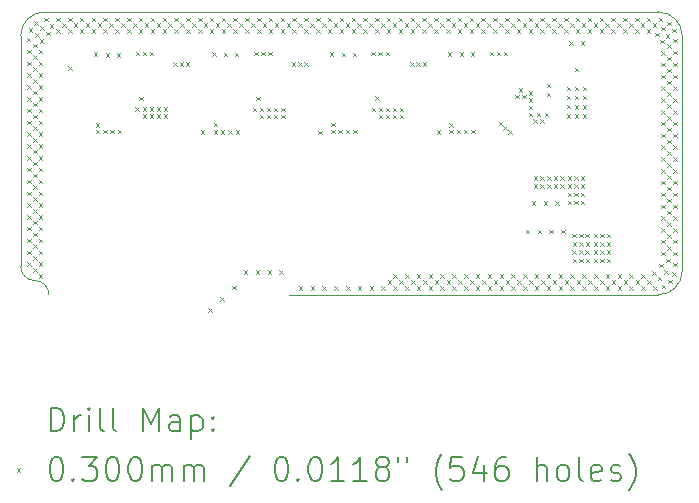
<source format=gbr>
%FSLAX45Y45*%
G04 Gerber Fmt 4.5, Leading zero omitted, Abs format (unit mm)*
G04 Created by KiCad (PCBNEW (6.0.4)) date 2022-07-06 17:35:25*
%MOMM*%
%LPD*%
G01*
G04 APERTURE LIST*
%TA.AperFunction,Profile*%
%ADD10C,0.050000*%
%TD*%
%ADD11C,0.200000*%
%ADD12C,0.030000*%
G04 APERTURE END LIST*
D10*
X6400000Y3394062D02*
X1200000Y3394062D01*
X6600062Y3194000D02*
X6600000Y1200000D01*
X3270000Y1000000D02*
X6399938Y999938D01*
X6600062Y3194000D02*
G75*
G03*
X6400000Y3394062I-200062J0D01*
G01*
X1200000Y3394062D02*
G75*
G03*
X999938Y3194000I0J-200062D01*
G01*
X999867Y1240133D02*
G75*
G03*
X1119933Y1120067I120063J-3D01*
G01*
X6399938Y999940D02*
G75*
G03*
X6600000Y1200000I2J200060D01*
G01*
X1239997Y1000000D02*
G75*
G03*
X1119933Y1120067I-120067J0D01*
G01*
X999938Y3194000D02*
X999867Y1240133D01*
D11*
D12*
X1052000Y3175000D02*
X1082000Y3145000D01*
X1082000Y3175000D02*
X1052000Y3145000D01*
X1054000Y3074000D02*
X1084000Y3044000D01*
X1084000Y3074000D02*
X1054000Y3044000D01*
X1054000Y2974000D02*
X1084000Y2944000D01*
X1084000Y2974000D02*
X1054000Y2944000D01*
X1054000Y2874000D02*
X1084000Y2844000D01*
X1084000Y2874000D02*
X1054000Y2844000D01*
X1054000Y2774000D02*
X1084000Y2744000D01*
X1084000Y2774000D02*
X1054000Y2744000D01*
X1054000Y2674000D02*
X1084000Y2644000D01*
X1084000Y2674000D02*
X1054000Y2644000D01*
X1054000Y2574000D02*
X1084000Y2544000D01*
X1084000Y2574000D02*
X1054000Y2544000D01*
X1054000Y2474000D02*
X1084000Y2444000D01*
X1084000Y2474000D02*
X1054000Y2444000D01*
X1054000Y2374000D02*
X1084000Y2344000D01*
X1084000Y2374000D02*
X1054000Y2344000D01*
X1054000Y2274000D02*
X1084000Y2244000D01*
X1084000Y2274000D02*
X1054000Y2244000D01*
X1054000Y2174000D02*
X1084000Y2144000D01*
X1084000Y2174000D02*
X1054000Y2144000D01*
X1054000Y2074000D02*
X1084000Y2044000D01*
X1084000Y2074000D02*
X1054000Y2044000D01*
X1054000Y1974000D02*
X1084000Y1944000D01*
X1084000Y1974000D02*
X1054000Y1944000D01*
X1054000Y1874000D02*
X1084000Y1844000D01*
X1084000Y1874000D02*
X1054000Y1844000D01*
X1054000Y1774000D02*
X1084000Y1744000D01*
X1084000Y1774000D02*
X1054000Y1744000D01*
X1054000Y1674000D02*
X1084000Y1644000D01*
X1084000Y1674000D02*
X1054000Y1644000D01*
X1054000Y1574000D02*
X1084000Y1544000D01*
X1084000Y1574000D02*
X1054000Y1544000D01*
X1054000Y1474000D02*
X1084000Y1444000D01*
X1084000Y1474000D02*
X1054000Y1444000D01*
X1054000Y1374000D02*
X1084000Y1344000D01*
X1084000Y1374000D02*
X1054000Y1344000D01*
X1054000Y1274000D02*
X1084000Y1244000D01*
X1084000Y1274000D02*
X1054000Y1244000D01*
X1070000Y3255000D02*
X1100000Y3225000D01*
X1100000Y3255000D02*
X1070000Y3225000D01*
X1104000Y3126000D02*
X1134000Y3096000D01*
X1134000Y3126000D02*
X1104000Y3096000D01*
X1104000Y3026000D02*
X1134000Y2996000D01*
X1134000Y3026000D02*
X1104000Y2996000D01*
X1104000Y2926000D02*
X1134000Y2896000D01*
X1134000Y2926000D02*
X1104000Y2896000D01*
X1104000Y2826000D02*
X1134000Y2796000D01*
X1134000Y2826000D02*
X1104000Y2796000D01*
X1104000Y2726000D02*
X1134000Y2696000D01*
X1134000Y2726000D02*
X1104000Y2696000D01*
X1104000Y2626000D02*
X1134000Y2596000D01*
X1134000Y2626000D02*
X1104000Y2596000D01*
X1104000Y2526000D02*
X1134000Y2496000D01*
X1134000Y2526000D02*
X1104000Y2496000D01*
X1104000Y2426000D02*
X1134000Y2396000D01*
X1134000Y2426000D02*
X1104000Y2396000D01*
X1104000Y2326000D02*
X1134000Y2296000D01*
X1134000Y2326000D02*
X1104000Y2296000D01*
X1104000Y2226000D02*
X1134000Y2196000D01*
X1134000Y2226000D02*
X1104000Y2196000D01*
X1104000Y2126000D02*
X1134000Y2096000D01*
X1134000Y2126000D02*
X1104000Y2096000D01*
X1104000Y2026000D02*
X1134000Y1996000D01*
X1134000Y2026000D02*
X1104000Y1996000D01*
X1104000Y1926000D02*
X1134000Y1896000D01*
X1134000Y1926000D02*
X1104000Y1896000D01*
X1104000Y1826000D02*
X1134000Y1796000D01*
X1134000Y1826000D02*
X1104000Y1796000D01*
X1104000Y1726000D02*
X1134000Y1696000D01*
X1134000Y1726000D02*
X1104000Y1696000D01*
X1104000Y1626000D02*
X1134000Y1596000D01*
X1134000Y1626000D02*
X1104000Y1596000D01*
X1104000Y1526000D02*
X1134000Y1496000D01*
X1134000Y1526000D02*
X1104000Y1496000D01*
X1104000Y1426000D02*
X1134000Y1396000D01*
X1134000Y1426000D02*
X1104000Y1396000D01*
X1104000Y1326000D02*
X1134000Y1296000D01*
X1134000Y1326000D02*
X1104000Y1296000D01*
X1104000Y1224000D02*
X1134000Y1194000D01*
X1134000Y1224000D02*
X1104000Y1194000D01*
X1115000Y3317000D02*
X1145000Y3287000D01*
X1145000Y3317000D02*
X1115000Y3287000D01*
X1121000Y3214000D02*
X1151000Y3184000D01*
X1151000Y3214000D02*
X1121000Y3184000D01*
X1154000Y3074000D02*
X1184000Y3044000D01*
X1184000Y3074000D02*
X1154000Y3044000D01*
X1154000Y2974000D02*
X1184000Y2944000D01*
X1184000Y2974000D02*
X1154000Y2944000D01*
X1154000Y2874000D02*
X1184000Y2844000D01*
X1184000Y2874000D02*
X1154000Y2844000D01*
X1154000Y2774000D02*
X1184000Y2744000D01*
X1184000Y2774000D02*
X1154000Y2744000D01*
X1154000Y2674000D02*
X1184000Y2644000D01*
X1184000Y2674000D02*
X1154000Y2644000D01*
X1154000Y2574000D02*
X1184000Y2544000D01*
X1184000Y2574000D02*
X1154000Y2544000D01*
X1154000Y2474000D02*
X1184000Y2444000D01*
X1184000Y2474000D02*
X1154000Y2444000D01*
X1154000Y2374000D02*
X1184000Y2344000D01*
X1184000Y2374000D02*
X1154000Y2344000D01*
X1154000Y2274000D02*
X1184000Y2244000D01*
X1184000Y2274000D02*
X1154000Y2244000D01*
X1154000Y2174000D02*
X1184000Y2144000D01*
X1184000Y2174000D02*
X1154000Y2144000D01*
X1154000Y2074000D02*
X1184000Y2044000D01*
X1184000Y2074000D02*
X1154000Y2044000D01*
X1154000Y1974000D02*
X1184000Y1944000D01*
X1184000Y1974000D02*
X1154000Y1944000D01*
X1154000Y1874000D02*
X1184000Y1844000D01*
X1184000Y1874000D02*
X1154000Y1844000D01*
X1154000Y1774000D02*
X1184000Y1744000D01*
X1184000Y1774000D02*
X1154000Y1744000D01*
X1154000Y1674000D02*
X1184000Y1644000D01*
X1184000Y1674000D02*
X1154000Y1644000D01*
X1154000Y1574000D02*
X1184000Y1544000D01*
X1184000Y1574000D02*
X1154000Y1544000D01*
X1154000Y1474000D02*
X1184000Y1444000D01*
X1184000Y1474000D02*
X1154000Y1444000D01*
X1154000Y1374000D02*
X1184000Y1344000D01*
X1184000Y1374000D02*
X1154000Y1344000D01*
X1154000Y1274000D02*
X1184000Y1244000D01*
X1184000Y1274000D02*
X1154000Y1244000D01*
X1154000Y1174000D02*
X1184000Y1144000D01*
X1184000Y1174000D02*
X1154000Y1144000D01*
X1163000Y3162000D02*
X1193000Y3132000D01*
X1193000Y3162000D02*
X1163000Y3132000D01*
X1165000Y3272000D02*
X1195000Y3242000D01*
X1195000Y3272000D02*
X1165000Y3242000D01*
X1201000Y3347000D02*
X1231000Y3317000D01*
X1231000Y3347000D02*
X1201000Y3317000D01*
X1214000Y3228000D02*
X1244000Y3198000D01*
X1244000Y3228000D02*
X1214000Y3198000D01*
X1244000Y3292000D02*
X1274000Y3262000D01*
X1274000Y3292000D02*
X1244000Y3262000D01*
X1301000Y3347000D02*
X1331000Y3317000D01*
X1331000Y3347000D02*
X1301000Y3317000D01*
X1301000Y3247000D02*
X1331000Y3217000D01*
X1331000Y3247000D02*
X1301000Y3217000D01*
X1351000Y3297000D02*
X1381000Y3267000D01*
X1381000Y3297000D02*
X1351000Y3267000D01*
X1401000Y3347000D02*
X1431000Y3317000D01*
X1431000Y3347000D02*
X1401000Y3317000D01*
X1401000Y3247000D02*
X1431000Y3217000D01*
X1431000Y3247000D02*
X1401000Y3217000D01*
X1401000Y2934000D02*
X1431000Y2904000D01*
X1431000Y2934000D02*
X1401000Y2904000D01*
X1451000Y3297000D02*
X1481000Y3267000D01*
X1481000Y3297000D02*
X1451000Y3267000D01*
X1501000Y3347000D02*
X1531000Y3317000D01*
X1531000Y3347000D02*
X1501000Y3317000D01*
X1501000Y3247000D02*
X1531000Y3217000D01*
X1531000Y3247000D02*
X1501000Y3217000D01*
X1551000Y3297000D02*
X1581000Y3267000D01*
X1581000Y3297000D02*
X1551000Y3267000D01*
X1601000Y3347000D02*
X1631000Y3317000D01*
X1631000Y3347000D02*
X1601000Y3317000D01*
X1601000Y3247000D02*
X1631000Y3217000D01*
X1631000Y3247000D02*
X1601000Y3217000D01*
X1619000Y3053000D02*
X1649000Y3023000D01*
X1649000Y3053000D02*
X1619000Y3023000D01*
X1637000Y2454000D02*
X1667000Y2424000D01*
X1667000Y2454000D02*
X1637000Y2424000D01*
X1637000Y2396000D02*
X1667000Y2366000D01*
X1667000Y2396000D02*
X1637000Y2366000D01*
X1651000Y3297000D02*
X1681000Y3267000D01*
X1681000Y3297000D02*
X1651000Y3267000D01*
X1699000Y2396000D02*
X1729000Y2366000D01*
X1729000Y2396000D02*
X1699000Y2366000D01*
X1701000Y3347000D02*
X1731000Y3317000D01*
X1731000Y3347000D02*
X1701000Y3317000D01*
X1701000Y3247000D02*
X1731000Y3217000D01*
X1731000Y3247000D02*
X1701000Y3217000D01*
X1721000Y3047000D02*
X1751000Y3017000D01*
X1751000Y3047000D02*
X1721000Y3017000D01*
X1751000Y3297000D02*
X1781000Y3267000D01*
X1781000Y3297000D02*
X1751000Y3267000D01*
X1760000Y2396000D02*
X1790000Y2366000D01*
X1790000Y2396000D02*
X1760000Y2366000D01*
X1801000Y3347000D02*
X1831000Y3317000D01*
X1831000Y3347000D02*
X1801000Y3317000D01*
X1801000Y3247000D02*
X1831000Y3217000D01*
X1831000Y3247000D02*
X1801000Y3217000D01*
X1813000Y3047000D02*
X1843000Y3017000D01*
X1843000Y3047000D02*
X1813000Y3017000D01*
X1823000Y2396000D02*
X1853000Y2366000D01*
X1853000Y2396000D02*
X1823000Y2366000D01*
X1851000Y3297000D02*
X1881000Y3267000D01*
X1881000Y3297000D02*
X1851000Y3267000D01*
X1901000Y3347000D02*
X1931000Y3317000D01*
X1931000Y3347000D02*
X1901000Y3317000D01*
X1901000Y3247000D02*
X1931000Y3217000D01*
X1931000Y3247000D02*
X1901000Y3217000D01*
X1951000Y3297000D02*
X1981000Y3267000D01*
X1981000Y3297000D02*
X1951000Y3267000D01*
X1970000Y2588000D02*
X2000000Y2558000D01*
X2000000Y2588000D02*
X1970000Y2558000D01*
X1974000Y3058000D02*
X2004000Y3028000D01*
X2004000Y3058000D02*
X1974000Y3028000D01*
X2001000Y3347000D02*
X2031000Y3317000D01*
X2031000Y3347000D02*
X2001000Y3317000D01*
X2001000Y3247000D02*
X2031000Y3217000D01*
X2031000Y3247000D02*
X2001000Y3217000D01*
X2004000Y2678000D02*
X2034000Y2648000D01*
X2034000Y2678000D02*
X2004000Y2648000D01*
X2032000Y2587000D02*
X2062000Y2557000D01*
X2062000Y2587000D02*
X2032000Y2557000D01*
X2032000Y2527000D02*
X2062000Y2497000D01*
X2062000Y2527000D02*
X2032000Y2497000D01*
X2034000Y3058000D02*
X2064000Y3028000D01*
X2064000Y3058000D02*
X2034000Y3028000D01*
X2051000Y3297000D02*
X2081000Y3267000D01*
X2081000Y3297000D02*
X2051000Y3267000D01*
X2092000Y2587000D02*
X2122000Y2557000D01*
X2122000Y2587000D02*
X2092000Y2557000D01*
X2092000Y2527000D02*
X2122000Y2497000D01*
X2122000Y2527000D02*
X2092000Y2497000D01*
X2094000Y3058000D02*
X2124000Y3028000D01*
X2124000Y3058000D02*
X2094000Y3028000D01*
X2101000Y3347000D02*
X2131000Y3317000D01*
X2131000Y3347000D02*
X2101000Y3317000D01*
X2101000Y3247000D02*
X2131000Y3217000D01*
X2131000Y3247000D02*
X2101000Y3217000D01*
X2151000Y3297000D02*
X2181000Y3267000D01*
X2181000Y3297000D02*
X2151000Y3267000D01*
X2152000Y2587000D02*
X2182000Y2557000D01*
X2182000Y2587000D02*
X2152000Y2557000D01*
X2152000Y2527000D02*
X2182000Y2497000D01*
X2182000Y2527000D02*
X2152000Y2497000D01*
X2201000Y3347000D02*
X2231000Y3317000D01*
X2231000Y3347000D02*
X2201000Y3317000D01*
X2201000Y3247000D02*
X2231000Y3217000D01*
X2231000Y3247000D02*
X2201000Y3217000D01*
X2212000Y2587000D02*
X2242000Y2557000D01*
X2242000Y2587000D02*
X2212000Y2557000D01*
X2212000Y2527000D02*
X2242000Y2497000D01*
X2242000Y2527000D02*
X2212000Y2497000D01*
X2251000Y3297000D02*
X2281000Y3267000D01*
X2281000Y3297000D02*
X2251000Y3267000D01*
X2293000Y2970000D02*
X2323000Y2940000D01*
X2323000Y2970000D02*
X2293000Y2940000D01*
X2301000Y3347000D02*
X2331000Y3317000D01*
X2331000Y3347000D02*
X2301000Y3317000D01*
X2301000Y3247000D02*
X2331000Y3217000D01*
X2331000Y3247000D02*
X2301000Y3217000D01*
X2346000Y2970000D02*
X2376000Y2940000D01*
X2376000Y2970000D02*
X2346000Y2940000D01*
X2351000Y3297000D02*
X2381000Y3267000D01*
X2381000Y3297000D02*
X2351000Y3267000D01*
X2399000Y2970000D02*
X2429000Y2940000D01*
X2429000Y2970000D02*
X2399000Y2940000D01*
X2401000Y3347000D02*
X2431000Y3317000D01*
X2431000Y3347000D02*
X2401000Y3317000D01*
X2401000Y3247000D02*
X2431000Y3217000D01*
X2431000Y3247000D02*
X2401000Y3217000D01*
X2451000Y3297000D02*
X2481000Y3267000D01*
X2481000Y3297000D02*
X2451000Y3267000D01*
X2501000Y3347000D02*
X2531000Y3317000D01*
X2531000Y3347000D02*
X2501000Y3317000D01*
X2501000Y3247000D02*
X2531000Y3217000D01*
X2531000Y3247000D02*
X2501000Y3217000D01*
X2523500Y2392500D02*
X2553500Y2362500D01*
X2553500Y2392500D02*
X2523500Y2362500D01*
X2551000Y3297000D02*
X2581000Y3267000D01*
X2581000Y3297000D02*
X2551000Y3267000D01*
X2590000Y884000D02*
X2620000Y854000D01*
X2620000Y884000D02*
X2590000Y854000D01*
X2601000Y3347000D02*
X2631000Y3317000D01*
X2631000Y3347000D02*
X2601000Y3317000D01*
X2601000Y3247000D02*
X2631000Y3217000D01*
X2631000Y3247000D02*
X2601000Y3217000D01*
X2620000Y3053000D02*
X2650000Y3023000D01*
X2650000Y3053000D02*
X2620000Y3023000D01*
X2633000Y2456000D02*
X2663000Y2426000D01*
X2663000Y2456000D02*
X2633000Y2426000D01*
X2633000Y2395000D02*
X2663000Y2365000D01*
X2663000Y2395000D02*
X2633000Y2365000D01*
X2651000Y3297000D02*
X2681000Y3267000D01*
X2681000Y3297000D02*
X2651000Y3267000D01*
X2690000Y978000D02*
X2720000Y948000D01*
X2720000Y978000D02*
X2690000Y948000D01*
X2695000Y2395000D02*
X2725000Y2365000D01*
X2725000Y2395000D02*
X2695000Y2365000D01*
X2701000Y3347000D02*
X2731000Y3317000D01*
X2731000Y3347000D02*
X2701000Y3317000D01*
X2701000Y3247000D02*
X2731000Y3217000D01*
X2731000Y3247000D02*
X2701000Y3217000D01*
X2719000Y3051000D02*
X2749000Y3021000D01*
X2749000Y3051000D02*
X2719000Y3021000D01*
X2751000Y3297000D02*
X2781000Y3267000D01*
X2781000Y3297000D02*
X2751000Y3267000D01*
X2756000Y2395000D02*
X2786000Y2365000D01*
X2786000Y2395000D02*
X2756000Y2365000D01*
X2789333Y1076000D02*
X2819333Y1046000D01*
X2819333Y1076000D02*
X2789333Y1046000D01*
X2801000Y3347000D02*
X2831000Y3317000D01*
X2831000Y3347000D02*
X2801000Y3317000D01*
X2801000Y3247000D02*
X2831000Y3217000D01*
X2831000Y3247000D02*
X2801000Y3217000D01*
X2811000Y3051000D02*
X2841000Y3021000D01*
X2841000Y3051000D02*
X2811000Y3021000D01*
X2819000Y2395000D02*
X2849000Y2365000D01*
X2849000Y2395000D02*
X2819000Y2365000D01*
X2851000Y3297000D02*
X2881000Y3267000D01*
X2881000Y3297000D02*
X2851000Y3267000D01*
X2889500Y1209500D02*
X2919500Y1179500D01*
X2919500Y1209500D02*
X2889500Y1179500D01*
X2901000Y3347000D02*
X2931000Y3317000D01*
X2931000Y3347000D02*
X2901000Y3317000D01*
X2901000Y3247000D02*
X2931000Y3217000D01*
X2931000Y3247000D02*
X2901000Y3217000D01*
X2951000Y3297000D02*
X2981000Y3267000D01*
X2981000Y3297000D02*
X2951000Y3267000D01*
X2963000Y2585000D02*
X2993000Y2555000D01*
X2993000Y2585000D02*
X2963000Y2555000D01*
X2976000Y3058000D02*
X3006000Y3028000D01*
X3006000Y3058000D02*
X2976000Y3028000D01*
X2989666Y1209500D02*
X3019666Y1179500D01*
X3019666Y1209500D02*
X2989666Y1179500D01*
X2992000Y2676000D02*
X3022000Y2646000D01*
X3022000Y2676000D02*
X2992000Y2646000D01*
X3001000Y3347000D02*
X3031000Y3317000D01*
X3031000Y3347000D02*
X3001000Y3317000D01*
X3001000Y3247000D02*
X3031000Y3217000D01*
X3031000Y3247000D02*
X3001000Y3217000D01*
X3024000Y2585000D02*
X3054000Y2555000D01*
X3054000Y2585000D02*
X3024000Y2555000D01*
X3024000Y2525000D02*
X3054000Y2495000D01*
X3054000Y2525000D02*
X3024000Y2495000D01*
X3036000Y3058000D02*
X3066000Y3028000D01*
X3066000Y3058000D02*
X3036000Y3028000D01*
X3051000Y3297000D02*
X3081000Y3267000D01*
X3081000Y3297000D02*
X3051000Y3267000D01*
X3084000Y2585000D02*
X3114000Y2555000D01*
X3114000Y2585000D02*
X3084000Y2555000D01*
X3084000Y2525000D02*
X3114000Y2495000D01*
X3114000Y2525000D02*
X3084000Y2495000D01*
X3089833Y1209500D02*
X3119833Y1179500D01*
X3119833Y1209500D02*
X3089833Y1179500D01*
X3096000Y3058000D02*
X3126000Y3028000D01*
X3126000Y3058000D02*
X3096000Y3028000D01*
X3101000Y3347000D02*
X3131000Y3317000D01*
X3131000Y3347000D02*
X3101000Y3317000D01*
X3101000Y3247000D02*
X3131000Y3217000D01*
X3131000Y3247000D02*
X3101000Y3217000D01*
X3144000Y2585000D02*
X3174000Y2555000D01*
X3174000Y2585000D02*
X3144000Y2555000D01*
X3144000Y2525000D02*
X3174000Y2495000D01*
X3174000Y2525000D02*
X3144000Y2495000D01*
X3151000Y3297000D02*
X3181000Y3267000D01*
X3181000Y3297000D02*
X3151000Y3267000D01*
X3191000Y1209500D02*
X3221000Y1179500D01*
X3221000Y1209500D02*
X3191000Y1179500D01*
X3201000Y3347000D02*
X3231000Y3317000D01*
X3231000Y3347000D02*
X3201000Y3317000D01*
X3201000Y3247000D02*
X3231000Y3217000D01*
X3231000Y3247000D02*
X3201000Y3217000D01*
X3204000Y2585000D02*
X3234000Y2555000D01*
X3234000Y2585000D02*
X3204000Y2555000D01*
X3204000Y2525000D02*
X3234000Y2495000D01*
X3234000Y2525000D02*
X3204000Y2495000D01*
X3251000Y3297000D02*
X3281000Y3267000D01*
X3281000Y3297000D02*
X3251000Y3267000D01*
X3295000Y2970000D02*
X3325000Y2940000D01*
X3325000Y2970000D02*
X3295000Y2940000D01*
X3301000Y3347000D02*
X3331000Y3317000D01*
X3331000Y3347000D02*
X3301000Y3317000D01*
X3301000Y3247000D02*
X3331000Y3217000D01*
X3331000Y3247000D02*
X3301000Y3217000D01*
X3348000Y2970000D02*
X3378000Y2940000D01*
X3378000Y2970000D02*
X3348000Y2940000D01*
X3351000Y3297000D02*
X3381000Y3267000D01*
X3381000Y3297000D02*
X3351000Y3267000D01*
X3354000Y1074000D02*
X3384000Y1044000D01*
X3384000Y1074000D02*
X3354000Y1044000D01*
X3401000Y3347000D02*
X3431000Y3317000D01*
X3431000Y3347000D02*
X3401000Y3317000D01*
X3401000Y3247000D02*
X3431000Y3217000D01*
X3431000Y3247000D02*
X3401000Y3217000D01*
X3401000Y2970000D02*
X3431000Y2940000D01*
X3431000Y2970000D02*
X3401000Y2940000D01*
X3451000Y3297000D02*
X3481000Y3267000D01*
X3481000Y3297000D02*
X3451000Y3267000D01*
X3454000Y1074000D02*
X3484000Y1044000D01*
X3484000Y1074000D02*
X3454000Y1044000D01*
X3501000Y3347000D02*
X3531000Y3317000D01*
X3531000Y3347000D02*
X3501000Y3317000D01*
X3501000Y3247000D02*
X3531000Y3217000D01*
X3531000Y3247000D02*
X3501000Y3217000D01*
X3518500Y2390500D02*
X3548500Y2360500D01*
X3548500Y2390500D02*
X3518500Y2360500D01*
X3551000Y3297000D02*
X3581000Y3267000D01*
X3581000Y3297000D02*
X3551000Y3267000D01*
X3554000Y1074000D02*
X3584000Y1044000D01*
X3584000Y1074000D02*
X3554000Y1044000D01*
X3601000Y3347000D02*
X3631000Y3317000D01*
X3631000Y3347000D02*
X3601000Y3317000D01*
X3601000Y3247000D02*
X3631000Y3217000D01*
X3631000Y3247000D02*
X3601000Y3217000D01*
X3617000Y3053000D02*
X3647000Y3023000D01*
X3647000Y3053000D02*
X3617000Y3023000D01*
X3628000Y2456000D02*
X3658000Y2426000D01*
X3658000Y2456000D02*
X3628000Y2426000D01*
X3628000Y2396000D02*
X3658000Y2366000D01*
X3658000Y2396000D02*
X3628000Y2366000D01*
X3651000Y3297000D02*
X3681000Y3267000D01*
X3681000Y3297000D02*
X3651000Y3267000D01*
X3654000Y1074000D02*
X3684000Y1044000D01*
X3684000Y1074000D02*
X3654000Y1044000D01*
X3690000Y2396000D02*
X3720000Y2366000D01*
X3720000Y2396000D02*
X3690000Y2366000D01*
X3701000Y3347000D02*
X3731000Y3317000D01*
X3731000Y3347000D02*
X3701000Y3317000D01*
X3701000Y3247000D02*
X3731000Y3217000D01*
X3731000Y3247000D02*
X3701000Y3217000D01*
X3718000Y3050000D02*
X3748000Y3020000D01*
X3748000Y3050000D02*
X3718000Y3020000D01*
X3751000Y3297000D02*
X3781000Y3267000D01*
X3781000Y3297000D02*
X3751000Y3267000D01*
X3751000Y2396000D02*
X3781000Y2366000D01*
X3781000Y2396000D02*
X3751000Y2366000D01*
X3754000Y1074000D02*
X3784000Y1044000D01*
X3784000Y1074000D02*
X3754000Y1044000D01*
X3801000Y3347000D02*
X3831000Y3317000D01*
X3831000Y3347000D02*
X3801000Y3317000D01*
X3801000Y3247000D02*
X3831000Y3217000D01*
X3831000Y3247000D02*
X3801000Y3217000D01*
X3810000Y3050000D02*
X3840000Y3020000D01*
X3840000Y3050000D02*
X3810000Y3020000D01*
X3814000Y2396000D02*
X3844000Y2366000D01*
X3844000Y2396000D02*
X3814000Y2366000D01*
X3851000Y3297000D02*
X3881000Y3267000D01*
X3881000Y3297000D02*
X3851000Y3267000D01*
X3854000Y1074000D02*
X3884000Y1044000D01*
X3884000Y1074000D02*
X3854000Y1044000D01*
X3901000Y3347000D02*
X3931000Y3317000D01*
X3931000Y3347000D02*
X3901000Y3317000D01*
X3901000Y3247000D02*
X3931000Y3217000D01*
X3931000Y3247000D02*
X3901000Y3217000D01*
X3951000Y3297000D02*
X3981000Y3267000D01*
X3981000Y3297000D02*
X3951000Y3267000D01*
X3954000Y1074000D02*
X3984000Y1044000D01*
X3984000Y1074000D02*
X3954000Y1044000D01*
X3969000Y3058000D02*
X3999000Y3028000D01*
X3999000Y3058000D02*
X3969000Y3028000D01*
X3972000Y2585000D02*
X4002000Y2555000D01*
X4002000Y2585000D02*
X3972000Y2555000D01*
X4001000Y3347000D02*
X4031000Y3317000D01*
X4031000Y3347000D02*
X4001000Y3317000D01*
X4001000Y3247000D02*
X4031000Y3217000D01*
X4031000Y3247000D02*
X4001000Y3217000D01*
X4003000Y2680000D02*
X4033000Y2650000D01*
X4033000Y2680000D02*
X4003000Y2650000D01*
X4029000Y3058000D02*
X4059000Y3028000D01*
X4059000Y3058000D02*
X4029000Y3028000D01*
X4031000Y2585000D02*
X4061000Y2555000D01*
X4061000Y2585000D02*
X4031000Y2555000D01*
X4031000Y2525000D02*
X4061000Y2495000D01*
X4061000Y2525000D02*
X4031000Y2495000D01*
X4051000Y3297000D02*
X4081000Y3267000D01*
X4081000Y3297000D02*
X4051000Y3267000D01*
X4054000Y1074000D02*
X4084000Y1044000D01*
X4084000Y1074000D02*
X4054000Y1044000D01*
X4089000Y3058000D02*
X4119000Y3028000D01*
X4119000Y3058000D02*
X4089000Y3028000D01*
X4091000Y2585000D02*
X4121000Y2555000D01*
X4121000Y2585000D02*
X4091000Y2555000D01*
X4091000Y2525000D02*
X4121000Y2495000D01*
X4121000Y2525000D02*
X4091000Y2495000D01*
X4101000Y3347000D02*
X4131000Y3317000D01*
X4131000Y3347000D02*
X4101000Y3317000D01*
X4101000Y3247000D02*
X4131000Y3217000D01*
X4131000Y3247000D02*
X4101000Y3217000D01*
X4106000Y1123000D02*
X4136000Y1093000D01*
X4136000Y1123000D02*
X4106000Y1093000D01*
X4151000Y3297000D02*
X4181000Y3267000D01*
X4181000Y3297000D02*
X4151000Y3267000D01*
X4151000Y2585000D02*
X4181000Y2555000D01*
X4181000Y2585000D02*
X4151000Y2555000D01*
X4151000Y2525000D02*
X4181000Y2495000D01*
X4181000Y2525000D02*
X4151000Y2495000D01*
X4154000Y1174000D02*
X4184000Y1144000D01*
X4184000Y1174000D02*
X4154000Y1144000D01*
X4154000Y1074000D02*
X4184000Y1044000D01*
X4184000Y1074000D02*
X4154000Y1044000D01*
X4201000Y3347000D02*
X4231000Y3317000D01*
X4231000Y3347000D02*
X4201000Y3317000D01*
X4201000Y3247000D02*
X4231000Y3217000D01*
X4231000Y3247000D02*
X4201000Y3217000D01*
X4206000Y1123000D02*
X4236000Y1093000D01*
X4236000Y1123000D02*
X4206000Y1093000D01*
X4211000Y2585000D02*
X4241000Y2555000D01*
X4241000Y2585000D02*
X4211000Y2555000D01*
X4211000Y2525000D02*
X4241000Y2495000D01*
X4241000Y2525000D02*
X4211000Y2495000D01*
X4251000Y3297000D02*
X4281000Y3267000D01*
X4281000Y3297000D02*
X4251000Y3267000D01*
X4254000Y1174000D02*
X4284000Y1144000D01*
X4284000Y1174000D02*
X4254000Y1144000D01*
X4254000Y1074000D02*
X4284000Y1044000D01*
X4284000Y1074000D02*
X4254000Y1044000D01*
X4297000Y2970000D02*
X4327000Y2940000D01*
X4327000Y2970000D02*
X4297000Y2940000D01*
X4301000Y3347000D02*
X4331000Y3317000D01*
X4331000Y3347000D02*
X4301000Y3317000D01*
X4301000Y3247000D02*
X4331000Y3217000D01*
X4331000Y3247000D02*
X4301000Y3217000D01*
X4306000Y1123000D02*
X4336000Y1093000D01*
X4336000Y1123000D02*
X4306000Y1093000D01*
X4350000Y2970000D02*
X4380000Y2940000D01*
X4380000Y2970000D02*
X4350000Y2940000D01*
X4351000Y3297000D02*
X4381000Y3267000D01*
X4381000Y3297000D02*
X4351000Y3267000D01*
X4354000Y1174000D02*
X4384000Y1144000D01*
X4384000Y1174000D02*
X4354000Y1144000D01*
X4354000Y1074000D02*
X4384000Y1044000D01*
X4384000Y1074000D02*
X4354000Y1044000D01*
X4401000Y3347000D02*
X4431000Y3317000D01*
X4431000Y3347000D02*
X4401000Y3317000D01*
X4401000Y3247000D02*
X4431000Y3217000D01*
X4431000Y3247000D02*
X4401000Y3217000D01*
X4403000Y2970000D02*
X4433000Y2940000D01*
X4433000Y2970000D02*
X4403000Y2940000D01*
X4406000Y1123000D02*
X4436000Y1093000D01*
X4436000Y1123000D02*
X4406000Y1093000D01*
X4451000Y3297000D02*
X4481000Y3267000D01*
X4481000Y3297000D02*
X4451000Y3267000D01*
X4454000Y1174000D02*
X4484000Y1144000D01*
X4484000Y1174000D02*
X4454000Y1144000D01*
X4454000Y1074000D02*
X4484000Y1044000D01*
X4484000Y1074000D02*
X4454000Y1044000D01*
X4501000Y3347000D02*
X4531000Y3317000D01*
X4531000Y3347000D02*
X4501000Y3317000D01*
X4501000Y3247000D02*
X4531000Y3217000D01*
X4531000Y3247000D02*
X4501000Y3217000D01*
X4506000Y1123000D02*
X4536000Y1093000D01*
X4536000Y1123000D02*
X4506000Y1093000D01*
X4523000Y2393000D02*
X4553000Y2363000D01*
X4553000Y2393000D02*
X4523000Y2363000D01*
X4551000Y3297000D02*
X4581000Y3267000D01*
X4581000Y3297000D02*
X4551000Y3267000D01*
X4554000Y1174000D02*
X4584000Y1144000D01*
X4584000Y1174000D02*
X4554000Y1144000D01*
X4554000Y1074000D02*
X4584000Y1044000D01*
X4584000Y1074000D02*
X4554000Y1044000D01*
X4601000Y3347000D02*
X4631000Y3317000D01*
X4631000Y3347000D02*
X4601000Y3317000D01*
X4601000Y3247000D02*
X4631000Y3217000D01*
X4631000Y3247000D02*
X4601000Y3217000D01*
X4606000Y1123000D02*
X4636000Y1093000D01*
X4636000Y1123000D02*
X4606000Y1093000D01*
X4614000Y3053000D02*
X4644000Y3023000D01*
X4644000Y3053000D02*
X4614000Y3023000D01*
X4630000Y2453000D02*
X4660000Y2423000D01*
X4660000Y2453000D02*
X4630000Y2423000D01*
X4630000Y2397000D02*
X4660000Y2367000D01*
X4660000Y2397000D02*
X4630000Y2367000D01*
X4651000Y3297000D02*
X4681000Y3267000D01*
X4681000Y3297000D02*
X4651000Y3267000D01*
X4654000Y1174000D02*
X4684000Y1144000D01*
X4684000Y1174000D02*
X4654000Y1144000D01*
X4654000Y1074000D02*
X4684000Y1044000D01*
X4684000Y1074000D02*
X4654000Y1044000D01*
X4692000Y2397000D02*
X4722000Y2367000D01*
X4722000Y2397000D02*
X4692000Y2367000D01*
X4701000Y3347000D02*
X4731000Y3317000D01*
X4731000Y3347000D02*
X4701000Y3317000D01*
X4701000Y3247000D02*
X4731000Y3217000D01*
X4731000Y3247000D02*
X4701000Y3217000D01*
X4706000Y1123000D02*
X4736000Y1093000D01*
X4736000Y1123000D02*
X4706000Y1093000D01*
X4717000Y3053000D02*
X4747000Y3023000D01*
X4747000Y3053000D02*
X4717000Y3023000D01*
X4751000Y3297000D02*
X4781000Y3267000D01*
X4781000Y3297000D02*
X4751000Y3267000D01*
X4753000Y2397000D02*
X4783000Y2367000D01*
X4783000Y2397000D02*
X4753000Y2367000D01*
X4754000Y1174000D02*
X4784000Y1144000D01*
X4784000Y1174000D02*
X4754000Y1144000D01*
X4754000Y1074000D02*
X4784000Y1044000D01*
X4784000Y1074000D02*
X4754000Y1044000D01*
X4801000Y3347000D02*
X4831000Y3317000D01*
X4831000Y3347000D02*
X4801000Y3317000D01*
X4801000Y3247000D02*
X4831000Y3217000D01*
X4831000Y3247000D02*
X4801000Y3217000D01*
X4806000Y1123000D02*
X4836000Y1093000D01*
X4836000Y1123000D02*
X4806000Y1093000D01*
X4809000Y3053000D02*
X4839000Y3023000D01*
X4839000Y3053000D02*
X4809000Y3023000D01*
X4816000Y2397000D02*
X4846000Y2367000D01*
X4846000Y2397000D02*
X4816000Y2367000D01*
X4851000Y3297000D02*
X4881000Y3267000D01*
X4881000Y3297000D02*
X4851000Y3267000D01*
X4854000Y1174000D02*
X4884000Y1144000D01*
X4884000Y1174000D02*
X4854000Y1144000D01*
X4854000Y1074000D02*
X4884000Y1044000D01*
X4884000Y1074000D02*
X4854000Y1044000D01*
X4901000Y3347000D02*
X4931000Y3317000D01*
X4931000Y3347000D02*
X4901000Y3317000D01*
X4901000Y3247000D02*
X4931000Y3217000D01*
X4931000Y3247000D02*
X4901000Y3217000D01*
X4906000Y1123000D02*
X4936000Y1093000D01*
X4936000Y1123000D02*
X4906000Y1093000D01*
X4951000Y3297000D02*
X4981000Y3267000D01*
X4981000Y3297000D02*
X4951000Y3267000D01*
X4954000Y1174000D02*
X4984000Y1144000D01*
X4984000Y1174000D02*
X4954000Y1144000D01*
X4954000Y1074000D02*
X4984000Y1044000D01*
X4984000Y1074000D02*
X4954000Y1044000D01*
X4970000Y3058000D02*
X5000000Y3028000D01*
X5000000Y3058000D02*
X4970000Y3028000D01*
X5001000Y3347000D02*
X5031000Y3317000D01*
X5031000Y3347000D02*
X5001000Y3317000D01*
X5001000Y3247000D02*
X5031000Y3217000D01*
X5031000Y3247000D02*
X5001000Y3217000D01*
X5006000Y1123000D02*
X5036000Y1093000D01*
X5036000Y1123000D02*
X5006000Y1093000D01*
X5030000Y3058000D02*
X5060000Y3028000D01*
X5060000Y3058000D02*
X5030000Y3028000D01*
X5047000Y2466000D02*
X5077000Y2436000D01*
X5077000Y2466000D02*
X5047000Y2436000D01*
X5051000Y3297000D02*
X5081000Y3267000D01*
X5081000Y3297000D02*
X5051000Y3267000D01*
X5054000Y1174000D02*
X5084000Y1144000D01*
X5084000Y1174000D02*
X5054000Y1144000D01*
X5054000Y1074000D02*
X5084000Y1044000D01*
X5084000Y1074000D02*
X5054000Y1044000D01*
X5086000Y2428000D02*
X5116000Y2398000D01*
X5116000Y2428000D02*
X5086000Y2398000D01*
X5090000Y3058000D02*
X5120000Y3028000D01*
X5120000Y3058000D02*
X5090000Y3028000D01*
X5101000Y3347000D02*
X5131000Y3317000D01*
X5131000Y3347000D02*
X5101000Y3317000D01*
X5101000Y3247000D02*
X5131000Y3217000D01*
X5131000Y3247000D02*
X5101000Y3217000D01*
X5106000Y1123000D02*
X5136000Y1093000D01*
X5136000Y1123000D02*
X5106000Y1093000D01*
X5129000Y2394000D02*
X5159000Y2364000D01*
X5159000Y2394000D02*
X5129000Y2364000D01*
X5151000Y3297000D02*
X5181000Y3267000D01*
X5181000Y3297000D02*
X5151000Y3267000D01*
X5154000Y1174000D02*
X5184000Y1144000D01*
X5184000Y1174000D02*
X5154000Y1144000D01*
X5154000Y1074000D02*
X5184000Y1044000D01*
X5184000Y1074000D02*
X5154000Y1044000D01*
X5185000Y2695000D02*
X5215000Y2665000D01*
X5215000Y2695000D02*
X5185000Y2665000D01*
X5201000Y3347000D02*
X5231000Y3317000D01*
X5231000Y3347000D02*
X5201000Y3317000D01*
X5201000Y3247000D02*
X5231000Y3217000D01*
X5231000Y3247000D02*
X5201000Y3217000D01*
X5206000Y1123000D02*
X5236000Y1093000D01*
X5236000Y1123000D02*
X5206000Y1093000D01*
X5217500Y2750000D02*
X5247500Y2720000D01*
X5247500Y2750000D02*
X5217500Y2720000D01*
X5247500Y2695000D02*
X5277500Y2665000D01*
X5277500Y2695000D02*
X5247500Y2665000D01*
X5251000Y3297000D02*
X5281000Y3267000D01*
X5281000Y3297000D02*
X5251000Y3267000D01*
X5254000Y1174000D02*
X5284000Y1144000D01*
X5284000Y1174000D02*
X5254000Y1144000D01*
X5254000Y1074000D02*
X5284000Y1044000D01*
X5284000Y1074000D02*
X5254000Y1044000D01*
X5277500Y1550000D02*
X5307500Y1520000D01*
X5307500Y1550000D02*
X5277500Y1520000D01*
X5301000Y3347000D02*
X5331000Y3317000D01*
X5331000Y3347000D02*
X5301000Y3317000D01*
X5301000Y3247000D02*
X5331000Y3217000D01*
X5331000Y3247000D02*
X5301000Y3217000D01*
X5302500Y2725000D02*
X5332500Y2695000D01*
X5332500Y2725000D02*
X5302500Y2695000D01*
X5302500Y2663333D02*
X5332500Y2633333D01*
X5332500Y2663333D02*
X5302500Y2633333D01*
X5302500Y2601667D02*
X5332500Y2571667D01*
X5332500Y2601667D02*
X5302500Y2571667D01*
X5302500Y2540000D02*
X5332500Y2510000D01*
X5332500Y2540000D02*
X5302500Y2510000D01*
X5306000Y1123000D02*
X5336000Y1093000D01*
X5336000Y1123000D02*
X5306000Y1093000D01*
X5327000Y1793500D02*
X5357000Y1763500D01*
X5357000Y1793500D02*
X5327000Y1763500D01*
X5340000Y2485000D02*
X5370000Y2455000D01*
X5370000Y2485000D02*
X5340000Y2455000D01*
X5343000Y2004500D02*
X5373000Y1974500D01*
X5373000Y2004500D02*
X5343000Y1974500D01*
X5344000Y1934500D02*
X5374000Y1904500D01*
X5374000Y1934500D02*
X5344000Y1904500D01*
X5351000Y3297000D02*
X5381000Y3267000D01*
X5381000Y3297000D02*
X5351000Y3267000D01*
X5354000Y1174000D02*
X5384000Y1144000D01*
X5384000Y1174000D02*
X5354000Y1144000D01*
X5354000Y1074000D02*
X5384000Y1044000D01*
X5384000Y1074000D02*
X5354000Y1044000D01*
X5369500Y2540000D02*
X5399500Y2510000D01*
X5399500Y2540000D02*
X5369500Y2510000D01*
X5377000Y1549500D02*
X5407000Y1519500D01*
X5407000Y1549500D02*
X5377000Y1519500D01*
X5398000Y2004500D02*
X5428000Y1974500D01*
X5428000Y2004500D02*
X5398000Y1974500D01*
X5399000Y1934500D02*
X5429000Y1904500D01*
X5429000Y1934500D02*
X5399000Y1904500D01*
X5400000Y2485000D02*
X5430000Y2455000D01*
X5430000Y2485000D02*
X5400000Y2455000D01*
X5401000Y3347000D02*
X5431000Y3317000D01*
X5431000Y3347000D02*
X5401000Y3317000D01*
X5401000Y3247000D02*
X5431000Y3217000D01*
X5431000Y3247000D02*
X5401000Y3217000D01*
X5406000Y1123000D02*
X5436000Y1093000D01*
X5436000Y1123000D02*
X5406000Y1093000D01*
X5427000Y1793500D02*
X5457000Y1763500D01*
X5457000Y1793500D02*
X5427000Y1763500D01*
X5435000Y2540000D02*
X5465000Y2510000D01*
X5465000Y2540000D02*
X5435000Y2510000D01*
X5451000Y3297000D02*
X5481000Y3267000D01*
X5481000Y3297000D02*
X5451000Y3267000D01*
X5454000Y1174000D02*
X5484000Y1144000D01*
X5484000Y1174000D02*
X5454000Y1144000D01*
X5454000Y1074000D02*
X5484000Y1044000D01*
X5484000Y1074000D02*
X5454000Y1044000D01*
X5455000Y2785000D02*
X5485000Y2755000D01*
X5485000Y2785000D02*
X5455000Y2755000D01*
X5455000Y2709000D02*
X5485000Y2679000D01*
X5485000Y2709000D02*
X5455000Y2679000D01*
X5458000Y2004500D02*
X5488000Y1974500D01*
X5488000Y2004500D02*
X5458000Y1974500D01*
X5459000Y1934500D02*
X5489000Y1904500D01*
X5489000Y1934500D02*
X5459000Y1904500D01*
X5477000Y1549500D02*
X5507000Y1519500D01*
X5507000Y1549500D02*
X5477000Y1519500D01*
X5501000Y3347000D02*
X5531000Y3317000D01*
X5531000Y3347000D02*
X5501000Y3317000D01*
X5501000Y3247000D02*
X5531000Y3217000D01*
X5531000Y3247000D02*
X5501000Y3217000D01*
X5506000Y1123000D02*
X5536000Y1093000D01*
X5536000Y1123000D02*
X5506000Y1093000D01*
X5513000Y2004500D02*
X5543000Y1974500D01*
X5543000Y2004500D02*
X5513000Y1974500D01*
X5514000Y1934500D02*
X5544000Y1904500D01*
X5544000Y1934500D02*
X5514000Y1904500D01*
X5527000Y1793500D02*
X5557000Y1763500D01*
X5557000Y1793500D02*
X5527000Y1763500D01*
X5551000Y3297000D02*
X5581000Y3267000D01*
X5581000Y3297000D02*
X5551000Y3267000D01*
X5554000Y1174000D02*
X5584000Y1144000D01*
X5584000Y1174000D02*
X5554000Y1144000D01*
X5554000Y1074000D02*
X5584000Y1044000D01*
X5584000Y1074000D02*
X5554000Y1044000D01*
X5568000Y2004500D02*
X5598000Y1974500D01*
X5598000Y2004500D02*
X5568000Y1974500D01*
X5569000Y1934500D02*
X5599000Y1904500D01*
X5599000Y1934500D02*
X5569000Y1904500D01*
X5577000Y1549500D02*
X5607000Y1519500D01*
X5607000Y1549500D02*
X5577000Y1519500D01*
X5601000Y3347000D02*
X5631000Y3317000D01*
X5631000Y3347000D02*
X5601000Y3317000D01*
X5601000Y3247000D02*
X5631000Y3217000D01*
X5631000Y3247000D02*
X5601000Y3217000D01*
X5606000Y1123000D02*
X5636000Y1093000D01*
X5636000Y1123000D02*
X5606000Y1093000D01*
X5624000Y2530000D02*
X5654000Y2500000D01*
X5654000Y2530000D02*
X5624000Y2500000D01*
X5624000Y2763000D02*
X5654000Y2733000D01*
X5654000Y2763000D02*
X5624000Y2733000D01*
X5624000Y2607667D02*
X5654000Y2577667D01*
X5654000Y2607667D02*
X5624000Y2577667D01*
X5625000Y2685333D02*
X5655000Y2655333D01*
X5655000Y2685333D02*
X5625000Y2655333D01*
X5632000Y2004500D02*
X5662000Y1974500D01*
X5662000Y2004500D02*
X5632000Y1974500D01*
X5632000Y1865500D02*
X5662000Y1835500D01*
X5662000Y1865500D02*
X5632000Y1835500D01*
X5633000Y1934500D02*
X5663000Y1904500D01*
X5663000Y1934500D02*
X5633000Y1904500D01*
X5633000Y1795500D02*
X5663000Y1765500D01*
X5663000Y1795500D02*
X5633000Y1765500D01*
X5645000Y3145000D02*
X5675000Y3115000D01*
X5675000Y3145000D02*
X5645000Y3115000D01*
X5651000Y3297000D02*
X5681000Y3267000D01*
X5681000Y3297000D02*
X5651000Y3267000D01*
X5654000Y1174000D02*
X5684000Y1144000D01*
X5684000Y1174000D02*
X5654000Y1144000D01*
X5654000Y1074000D02*
X5684000Y1044000D01*
X5684000Y1074000D02*
X5654000Y1044000D01*
X5672000Y1515500D02*
X5702000Y1485500D01*
X5702000Y1515500D02*
X5672000Y1485500D01*
X5672000Y1375500D02*
X5702000Y1345500D01*
X5702000Y1375500D02*
X5672000Y1345500D01*
X5673000Y1445500D02*
X5703000Y1415500D01*
X5703000Y1445500D02*
X5673000Y1415500D01*
X5673000Y1305500D02*
X5703000Y1275500D01*
X5703000Y1305500D02*
X5673000Y1275500D01*
X5687000Y2004500D02*
X5717000Y1974500D01*
X5717000Y2004500D02*
X5687000Y1974500D01*
X5687000Y1865500D02*
X5717000Y1835500D01*
X5717000Y1865500D02*
X5687000Y1835500D01*
X5688000Y1934500D02*
X5718000Y1904500D01*
X5718000Y1934500D02*
X5688000Y1904500D01*
X5688000Y1795500D02*
X5718000Y1765500D01*
X5718000Y1795500D02*
X5688000Y1765500D01*
X5691500Y2762000D02*
X5721500Y2732000D01*
X5721500Y2762000D02*
X5691500Y2732000D01*
X5691500Y2606667D02*
X5721500Y2576667D01*
X5721500Y2606667D02*
X5691500Y2576667D01*
X5691500Y2529000D02*
X5721500Y2499000D01*
X5721500Y2529000D02*
X5691500Y2499000D01*
X5692500Y2922500D02*
X5722500Y2892500D01*
X5722500Y2922500D02*
X5692500Y2892500D01*
X5692500Y2684333D02*
X5722500Y2654333D01*
X5722500Y2684333D02*
X5692500Y2654333D01*
X5701000Y3347000D02*
X5731000Y3317000D01*
X5731000Y3347000D02*
X5701000Y3317000D01*
X5701000Y3247000D02*
X5731000Y3217000D01*
X5731000Y3247000D02*
X5701000Y3217000D01*
X5706000Y1123000D02*
X5736000Y1093000D01*
X5736000Y1123000D02*
X5706000Y1093000D01*
X5727000Y1515500D02*
X5757000Y1485500D01*
X5757000Y1515500D02*
X5727000Y1485500D01*
X5727000Y1375500D02*
X5757000Y1345500D01*
X5757000Y1375500D02*
X5727000Y1345500D01*
X5728000Y1445500D02*
X5758000Y1415500D01*
X5758000Y1445500D02*
X5728000Y1415500D01*
X5728000Y1305500D02*
X5758000Y1275500D01*
X5758000Y1305500D02*
X5728000Y1275500D01*
X5741000Y3145000D02*
X5771000Y3115000D01*
X5771000Y3145000D02*
X5741000Y3115000D01*
X5742000Y2004500D02*
X5772000Y1974500D01*
X5772000Y2004500D02*
X5742000Y1974500D01*
X5742000Y1865500D02*
X5772000Y1835500D01*
X5772000Y1865500D02*
X5742000Y1835500D01*
X5743000Y1934500D02*
X5773000Y1904500D01*
X5773000Y1934500D02*
X5743000Y1904500D01*
X5743000Y1795500D02*
X5773000Y1765500D01*
X5773000Y1795500D02*
X5743000Y1765500D01*
X5751000Y3297000D02*
X5781000Y3267000D01*
X5781000Y3297000D02*
X5751000Y3267000D01*
X5754000Y1174000D02*
X5784000Y1144000D01*
X5784000Y1174000D02*
X5754000Y1144000D01*
X5754000Y1074000D02*
X5784000Y1044000D01*
X5784000Y1074000D02*
X5754000Y1044000D01*
X5759000Y2762000D02*
X5789000Y2732000D01*
X5789000Y2762000D02*
X5759000Y2732000D01*
X5759000Y2606667D02*
X5789000Y2576667D01*
X5789000Y2606667D02*
X5759000Y2576667D01*
X5759000Y2529000D02*
X5789000Y2499000D01*
X5789000Y2529000D02*
X5759000Y2499000D01*
X5760000Y2684333D02*
X5790000Y2654333D01*
X5790000Y2684333D02*
X5760000Y2654333D01*
X5782000Y1515500D02*
X5812000Y1485500D01*
X5812000Y1515500D02*
X5782000Y1485500D01*
X5782000Y1375500D02*
X5812000Y1345500D01*
X5812000Y1375500D02*
X5782000Y1345500D01*
X5783000Y1445500D02*
X5813000Y1415500D01*
X5813000Y1445500D02*
X5783000Y1415500D01*
X5783000Y1305500D02*
X5813000Y1275500D01*
X5813000Y1305500D02*
X5783000Y1275500D01*
X5801000Y3347000D02*
X5831000Y3317000D01*
X5831000Y3347000D02*
X5801000Y3317000D01*
X5801000Y3247000D02*
X5831000Y3217000D01*
X5831000Y3247000D02*
X5801000Y3217000D01*
X5806000Y1123000D02*
X5836000Y1093000D01*
X5836000Y1123000D02*
X5806000Y1093000D01*
X5851000Y3297000D02*
X5881000Y3267000D01*
X5881000Y3297000D02*
X5851000Y3267000D01*
X5852000Y1515500D02*
X5882000Y1485500D01*
X5882000Y1515500D02*
X5852000Y1485500D01*
X5852000Y1375500D02*
X5882000Y1345500D01*
X5882000Y1375500D02*
X5852000Y1345500D01*
X5853000Y1445500D02*
X5883000Y1415500D01*
X5883000Y1445500D02*
X5853000Y1415500D01*
X5853000Y1305500D02*
X5883000Y1275500D01*
X5883000Y1305500D02*
X5853000Y1275500D01*
X5854000Y1174000D02*
X5884000Y1144000D01*
X5884000Y1174000D02*
X5854000Y1144000D01*
X5854000Y1074000D02*
X5884000Y1044000D01*
X5884000Y1074000D02*
X5854000Y1044000D01*
X5901000Y3347000D02*
X5931000Y3317000D01*
X5931000Y3347000D02*
X5901000Y3317000D01*
X5901000Y3247000D02*
X5931000Y3217000D01*
X5931000Y3247000D02*
X5901000Y3217000D01*
X5906000Y1123000D02*
X5936000Y1093000D01*
X5936000Y1123000D02*
X5906000Y1093000D01*
X5907000Y1515500D02*
X5937000Y1485500D01*
X5937000Y1515500D02*
X5907000Y1485500D01*
X5907000Y1375500D02*
X5937000Y1345500D01*
X5937000Y1375500D02*
X5907000Y1345500D01*
X5908000Y1445500D02*
X5938000Y1415500D01*
X5938000Y1445500D02*
X5908000Y1415500D01*
X5908000Y1305500D02*
X5938000Y1275500D01*
X5938000Y1305500D02*
X5908000Y1275500D01*
X5951000Y3297000D02*
X5981000Y3267000D01*
X5981000Y3297000D02*
X5951000Y3267000D01*
X5954000Y1174000D02*
X5984000Y1144000D01*
X5984000Y1174000D02*
X5954000Y1144000D01*
X5954000Y1074000D02*
X5984000Y1044000D01*
X5984000Y1074000D02*
X5954000Y1044000D01*
X5962000Y1515500D02*
X5992000Y1485500D01*
X5992000Y1515500D02*
X5962000Y1485500D01*
X5962000Y1375500D02*
X5992000Y1345500D01*
X5992000Y1375500D02*
X5962000Y1345500D01*
X5963000Y1445500D02*
X5993000Y1415500D01*
X5993000Y1445500D02*
X5963000Y1415500D01*
X5963000Y1305500D02*
X5993000Y1275500D01*
X5993000Y1305500D02*
X5963000Y1275500D01*
X6001000Y3347000D02*
X6031000Y3317000D01*
X6031000Y3347000D02*
X6001000Y3317000D01*
X6001000Y3247000D02*
X6031000Y3217000D01*
X6031000Y3247000D02*
X6001000Y3217000D01*
X6006000Y1123000D02*
X6036000Y1093000D01*
X6036000Y1123000D02*
X6006000Y1093000D01*
X6051000Y3297000D02*
X6081000Y3267000D01*
X6081000Y3297000D02*
X6051000Y3267000D01*
X6054000Y1174000D02*
X6084000Y1144000D01*
X6084000Y1174000D02*
X6054000Y1144000D01*
X6054000Y1074000D02*
X6084000Y1044000D01*
X6084000Y1074000D02*
X6054000Y1044000D01*
X6101000Y3347000D02*
X6131000Y3317000D01*
X6131000Y3347000D02*
X6101000Y3317000D01*
X6101000Y3247000D02*
X6131000Y3217000D01*
X6131000Y3247000D02*
X6101000Y3217000D01*
X6106000Y1123000D02*
X6136000Y1093000D01*
X6136000Y1123000D02*
X6106000Y1093000D01*
X6151000Y3297000D02*
X6181000Y3267000D01*
X6181000Y3297000D02*
X6151000Y3267000D01*
X6154000Y1174000D02*
X6184000Y1144000D01*
X6184000Y1174000D02*
X6154000Y1144000D01*
X6154000Y1074000D02*
X6184000Y1044000D01*
X6184000Y1074000D02*
X6154000Y1044000D01*
X6201000Y3347000D02*
X6231000Y3317000D01*
X6231000Y3347000D02*
X6201000Y3317000D01*
X6201000Y3247000D02*
X6231000Y3217000D01*
X6231000Y3247000D02*
X6201000Y3217000D01*
X6206000Y1123000D02*
X6236000Y1093000D01*
X6236000Y1123000D02*
X6206000Y1093000D01*
X6251000Y3297000D02*
X6281000Y3267000D01*
X6281000Y3297000D02*
X6251000Y3267000D01*
X6254000Y1174000D02*
X6284000Y1144000D01*
X6284000Y1174000D02*
X6254000Y1144000D01*
X6254000Y1074000D02*
X6284000Y1044000D01*
X6284000Y1074000D02*
X6254000Y1044000D01*
X6301000Y3347000D02*
X6331000Y3317000D01*
X6331000Y3347000D02*
X6301000Y3317000D01*
X6301000Y3247000D02*
X6331000Y3217000D01*
X6331000Y3247000D02*
X6301000Y3217000D01*
X6306000Y1123000D02*
X6336000Y1093000D01*
X6336000Y1123000D02*
X6306000Y1093000D01*
X6345000Y1201000D02*
X6375000Y1171000D01*
X6375000Y1201000D02*
X6345000Y1171000D01*
X6351000Y3297000D02*
X6381000Y3267000D01*
X6381000Y3297000D02*
X6351000Y3267000D01*
X6354000Y1074000D02*
X6384000Y1044000D01*
X6384000Y1074000D02*
X6354000Y1044000D01*
X6371000Y3220000D02*
X6401000Y3190000D01*
X6401000Y3220000D02*
X6371000Y3190000D01*
X6395000Y1151000D02*
X6425000Y1121000D01*
X6425000Y1151000D02*
X6395000Y1121000D01*
X6401000Y3347000D02*
X6431000Y3317000D01*
X6431000Y3347000D02*
X6401000Y3317000D01*
X6406000Y1263000D02*
X6436000Y1233000D01*
X6436000Y1263000D02*
X6406000Y1233000D01*
X6414000Y3160000D02*
X6444000Y3130000D01*
X6444000Y3160000D02*
X6414000Y3130000D01*
X6422000Y3268000D02*
X6452000Y3238000D01*
X6452000Y3268000D02*
X6422000Y3238000D01*
X6424000Y3064000D02*
X6454000Y3034000D01*
X6454000Y3064000D02*
X6424000Y3034000D01*
X6424000Y2964000D02*
X6454000Y2934000D01*
X6454000Y2964000D02*
X6424000Y2934000D01*
X6424000Y2864000D02*
X6454000Y2834000D01*
X6454000Y2864000D02*
X6424000Y2834000D01*
X6424000Y2764000D02*
X6454000Y2734000D01*
X6454000Y2764000D02*
X6424000Y2734000D01*
X6424000Y2664000D02*
X6454000Y2634000D01*
X6454000Y2664000D02*
X6424000Y2634000D01*
X6424000Y2564000D02*
X6454000Y2534000D01*
X6454000Y2564000D02*
X6424000Y2534000D01*
X6424000Y2464000D02*
X6454000Y2434000D01*
X6454000Y2464000D02*
X6424000Y2434000D01*
X6424000Y2364000D02*
X6454000Y2334000D01*
X6454000Y2364000D02*
X6424000Y2334000D01*
X6424000Y2264000D02*
X6454000Y2234000D01*
X6454000Y2264000D02*
X6424000Y2234000D01*
X6424000Y2164000D02*
X6454000Y2134000D01*
X6454000Y2164000D02*
X6424000Y2134000D01*
X6424000Y2064000D02*
X6454000Y2034000D01*
X6454000Y2064000D02*
X6424000Y2034000D01*
X6424000Y1964000D02*
X6454000Y1934000D01*
X6454000Y1964000D02*
X6424000Y1934000D01*
X6424000Y1864000D02*
X6454000Y1834000D01*
X6454000Y1864000D02*
X6424000Y1834000D01*
X6424000Y1764000D02*
X6454000Y1734000D01*
X6454000Y1764000D02*
X6424000Y1734000D01*
X6424000Y1664000D02*
X6454000Y1634000D01*
X6454000Y1664000D02*
X6424000Y1634000D01*
X6424000Y1564000D02*
X6454000Y1534000D01*
X6454000Y1564000D02*
X6424000Y1534000D01*
X6424000Y1464000D02*
X6454000Y1434000D01*
X6454000Y1464000D02*
X6424000Y1434000D01*
X6424000Y1364000D02*
X6454000Y1334000D01*
X6454000Y1364000D02*
X6424000Y1334000D01*
X6429000Y1085000D02*
X6459000Y1055000D01*
X6459000Y1085000D02*
X6429000Y1055000D01*
X6450000Y1209000D02*
X6480000Y1179000D01*
X6480000Y1209000D02*
X6450000Y1179000D01*
X6462000Y3207000D02*
X6492000Y3177000D01*
X6492000Y3207000D02*
X6462000Y3177000D01*
X6467000Y1306000D02*
X6497000Y1276000D01*
X6497000Y1306000D02*
X6467000Y1276000D01*
X6472000Y3313000D02*
X6502000Y3283000D01*
X6502000Y3313000D02*
X6472000Y3283000D01*
X6474000Y3121000D02*
X6504000Y3091000D01*
X6504000Y3121000D02*
X6474000Y3091000D01*
X6474000Y2913000D02*
X6504000Y2883000D01*
X6504000Y2913000D02*
X6474000Y2883000D01*
X6474000Y2813000D02*
X6504000Y2783000D01*
X6504000Y2813000D02*
X6474000Y2783000D01*
X6474000Y2713000D02*
X6504000Y2683000D01*
X6504000Y2713000D02*
X6474000Y2683000D01*
X6474000Y2613000D02*
X6504000Y2583000D01*
X6504000Y2613000D02*
X6474000Y2583000D01*
X6474000Y2513000D02*
X6504000Y2483000D01*
X6504000Y2513000D02*
X6474000Y2483000D01*
X6474000Y2413000D02*
X6504000Y2383000D01*
X6504000Y2413000D02*
X6474000Y2383000D01*
X6474000Y2313000D02*
X6504000Y2283000D01*
X6504000Y2313000D02*
X6474000Y2283000D01*
X6474000Y2213000D02*
X6504000Y2183000D01*
X6504000Y2213000D02*
X6474000Y2183000D01*
X6474000Y2113000D02*
X6504000Y2083000D01*
X6504000Y2113000D02*
X6474000Y2083000D01*
X6474000Y2013000D02*
X6504000Y1983000D01*
X6504000Y2013000D02*
X6474000Y1983000D01*
X6474000Y1913000D02*
X6504000Y1883000D01*
X6504000Y1913000D02*
X6474000Y1883000D01*
X6474000Y1813000D02*
X6504000Y1783000D01*
X6504000Y1813000D02*
X6474000Y1783000D01*
X6474000Y1713000D02*
X6504000Y1683000D01*
X6504000Y1713000D02*
X6474000Y1683000D01*
X6474000Y1613000D02*
X6504000Y1583000D01*
X6504000Y1613000D02*
X6474000Y1583000D01*
X6474000Y1513000D02*
X6504000Y1483000D01*
X6504000Y1513000D02*
X6474000Y1483000D01*
X6474000Y1413000D02*
X6504000Y1383000D01*
X6504000Y1413000D02*
X6474000Y1383000D01*
X6475000Y3014000D02*
X6505000Y2984000D01*
X6505000Y3014000D02*
X6475000Y2984000D01*
X6483000Y1127000D02*
X6513000Y1097000D01*
X6513000Y1127000D02*
X6483000Y1097000D01*
X6516000Y3251000D02*
X6546000Y3221000D01*
X6546000Y3251000D02*
X6516000Y3221000D01*
X6517000Y1191000D02*
X6547000Y1161000D01*
X6547000Y1191000D02*
X6517000Y1161000D01*
X6523000Y3167000D02*
X6553000Y3137000D01*
X6553000Y3167000D02*
X6523000Y3137000D01*
X6523000Y3065000D02*
X6553000Y3035000D01*
X6553000Y3065000D02*
X6523000Y3035000D01*
X6524000Y2964000D02*
X6554000Y2934000D01*
X6554000Y2964000D02*
X6524000Y2934000D01*
X6524000Y2864000D02*
X6554000Y2834000D01*
X6554000Y2864000D02*
X6524000Y2834000D01*
X6524000Y2764000D02*
X6554000Y2734000D01*
X6554000Y2764000D02*
X6524000Y2734000D01*
X6524000Y2664000D02*
X6554000Y2634000D01*
X6554000Y2664000D02*
X6524000Y2634000D01*
X6524000Y2564000D02*
X6554000Y2534000D01*
X6554000Y2564000D02*
X6524000Y2534000D01*
X6524000Y2464000D02*
X6554000Y2434000D01*
X6554000Y2464000D02*
X6524000Y2434000D01*
X6524000Y2364000D02*
X6554000Y2334000D01*
X6554000Y2364000D02*
X6524000Y2334000D01*
X6524000Y2264000D02*
X6554000Y2234000D01*
X6554000Y2264000D02*
X6524000Y2234000D01*
X6524000Y2164000D02*
X6554000Y2134000D01*
X6554000Y2164000D02*
X6524000Y2134000D01*
X6524000Y2064000D02*
X6554000Y2034000D01*
X6554000Y2064000D02*
X6524000Y2034000D01*
X6524000Y1964000D02*
X6554000Y1934000D01*
X6554000Y1964000D02*
X6524000Y1934000D01*
X6524000Y1864000D02*
X6554000Y1834000D01*
X6554000Y1864000D02*
X6524000Y1834000D01*
X6524000Y1764000D02*
X6554000Y1734000D01*
X6554000Y1764000D02*
X6524000Y1734000D01*
X6524000Y1664000D02*
X6554000Y1634000D01*
X6554000Y1664000D02*
X6524000Y1634000D01*
X6524000Y1564000D02*
X6554000Y1534000D01*
X6554000Y1564000D02*
X6524000Y1534000D01*
X6524000Y1464000D02*
X6554000Y1434000D01*
X6554000Y1464000D02*
X6524000Y1434000D01*
X6524000Y1364000D02*
X6554000Y1334000D01*
X6554000Y1364000D02*
X6524000Y1334000D01*
X6524000Y1270000D02*
X6554000Y1240000D01*
X6554000Y1270000D02*
X6524000Y1240000D01*
D11*
X1254986Y-155476D02*
X1254986Y44524D01*
X1302605Y44524D01*
X1331176Y35000D01*
X1350224Y15952D01*
X1359748Y-3095D01*
X1369272Y-41190D01*
X1369272Y-69762D01*
X1359748Y-107857D01*
X1350224Y-126905D01*
X1331176Y-145952D01*
X1302605Y-155476D01*
X1254986Y-155476D01*
X1454986Y-155476D02*
X1454986Y-22143D01*
X1454986Y-60238D02*
X1464510Y-41190D01*
X1474033Y-31667D01*
X1493081Y-22143D01*
X1512129Y-22143D01*
X1578795Y-155476D02*
X1578795Y-22143D01*
X1578795Y44524D02*
X1569271Y35000D01*
X1578795Y25476D01*
X1588319Y35000D01*
X1578795Y44524D01*
X1578795Y25476D01*
X1702605Y-155476D02*
X1683557Y-145952D01*
X1674033Y-126905D01*
X1674033Y44524D01*
X1807367Y-155476D02*
X1788319Y-145952D01*
X1778795Y-126905D01*
X1778795Y44524D01*
X2035938Y-155476D02*
X2035938Y44524D01*
X2102605Y-98333D01*
X2169272Y44524D01*
X2169272Y-155476D01*
X2350224Y-155476D02*
X2350224Y-50714D01*
X2340700Y-31667D01*
X2321653Y-22143D01*
X2283557Y-22143D01*
X2264510Y-31667D01*
X2350224Y-145952D02*
X2331176Y-155476D01*
X2283557Y-155476D01*
X2264510Y-145952D01*
X2254986Y-126905D01*
X2254986Y-107857D01*
X2264510Y-88809D01*
X2283557Y-79286D01*
X2331176Y-79286D01*
X2350224Y-69762D01*
X2445462Y-22143D02*
X2445462Y-222143D01*
X2445462Y-31667D02*
X2464510Y-22143D01*
X2502605Y-22143D01*
X2521653Y-31667D01*
X2531176Y-41190D01*
X2540700Y-60238D01*
X2540700Y-117381D01*
X2531176Y-136429D01*
X2521653Y-145952D01*
X2502605Y-155476D01*
X2464510Y-155476D01*
X2445462Y-145952D01*
X2626414Y-136429D02*
X2635938Y-145952D01*
X2626414Y-155476D01*
X2616891Y-145952D01*
X2626414Y-136429D01*
X2626414Y-155476D01*
X2626414Y-31667D02*
X2635938Y-41190D01*
X2626414Y-50714D01*
X2616891Y-41190D01*
X2626414Y-31667D01*
X2626414Y-50714D01*
D12*
X967367Y-470000D02*
X997367Y-500000D01*
X997367Y-470000D02*
X967367Y-500000D01*
D11*
X1293081Y-375476D02*
X1312129Y-375476D01*
X1331176Y-385000D01*
X1340700Y-394524D01*
X1350224Y-413571D01*
X1359748Y-451667D01*
X1359748Y-499286D01*
X1350224Y-537381D01*
X1340700Y-556429D01*
X1331176Y-565952D01*
X1312129Y-575476D01*
X1293081Y-575476D01*
X1274033Y-565952D01*
X1264510Y-556429D01*
X1254986Y-537381D01*
X1245462Y-499286D01*
X1245462Y-451667D01*
X1254986Y-413571D01*
X1264510Y-394524D01*
X1274033Y-385000D01*
X1293081Y-375476D01*
X1445462Y-556429D02*
X1454986Y-565952D01*
X1445462Y-575476D01*
X1435938Y-565952D01*
X1445462Y-556429D01*
X1445462Y-575476D01*
X1521652Y-375476D02*
X1645462Y-375476D01*
X1578795Y-451667D01*
X1607367Y-451667D01*
X1626414Y-461190D01*
X1635938Y-470714D01*
X1645462Y-489762D01*
X1645462Y-537381D01*
X1635938Y-556429D01*
X1626414Y-565952D01*
X1607367Y-575476D01*
X1550224Y-575476D01*
X1531176Y-565952D01*
X1521652Y-556429D01*
X1769271Y-375476D02*
X1788319Y-375476D01*
X1807367Y-385000D01*
X1816891Y-394524D01*
X1826414Y-413571D01*
X1835938Y-451667D01*
X1835938Y-499286D01*
X1826414Y-537381D01*
X1816891Y-556429D01*
X1807367Y-565952D01*
X1788319Y-575476D01*
X1769271Y-575476D01*
X1750224Y-565952D01*
X1740700Y-556429D01*
X1731176Y-537381D01*
X1721652Y-499286D01*
X1721652Y-451667D01*
X1731176Y-413571D01*
X1740700Y-394524D01*
X1750224Y-385000D01*
X1769271Y-375476D01*
X1959748Y-375476D02*
X1978795Y-375476D01*
X1997843Y-385000D01*
X2007367Y-394524D01*
X2016891Y-413571D01*
X2026414Y-451667D01*
X2026414Y-499286D01*
X2016891Y-537381D01*
X2007367Y-556429D01*
X1997843Y-565952D01*
X1978795Y-575476D01*
X1959748Y-575476D01*
X1940700Y-565952D01*
X1931176Y-556429D01*
X1921652Y-537381D01*
X1912129Y-499286D01*
X1912129Y-451667D01*
X1921652Y-413571D01*
X1931176Y-394524D01*
X1940700Y-385000D01*
X1959748Y-375476D01*
X2112129Y-575476D02*
X2112129Y-442143D01*
X2112129Y-461190D02*
X2121653Y-451667D01*
X2140700Y-442143D01*
X2169272Y-442143D01*
X2188319Y-451667D01*
X2197843Y-470714D01*
X2197843Y-575476D01*
X2197843Y-470714D02*
X2207367Y-451667D01*
X2226414Y-442143D01*
X2254986Y-442143D01*
X2274033Y-451667D01*
X2283557Y-470714D01*
X2283557Y-575476D01*
X2378795Y-575476D02*
X2378795Y-442143D01*
X2378795Y-461190D02*
X2388319Y-451667D01*
X2407367Y-442143D01*
X2435938Y-442143D01*
X2454986Y-451667D01*
X2464510Y-470714D01*
X2464510Y-575476D01*
X2464510Y-470714D02*
X2474033Y-451667D01*
X2493081Y-442143D01*
X2521653Y-442143D01*
X2540700Y-451667D01*
X2550224Y-470714D01*
X2550224Y-575476D01*
X2940700Y-365952D02*
X2769272Y-623095D01*
X3197843Y-375476D02*
X3216891Y-375476D01*
X3235938Y-385000D01*
X3245462Y-394524D01*
X3254986Y-413571D01*
X3264510Y-451667D01*
X3264510Y-499286D01*
X3254986Y-537381D01*
X3245462Y-556429D01*
X3235938Y-565952D01*
X3216891Y-575476D01*
X3197843Y-575476D01*
X3178795Y-565952D01*
X3169271Y-556429D01*
X3159748Y-537381D01*
X3150224Y-499286D01*
X3150224Y-451667D01*
X3159748Y-413571D01*
X3169271Y-394524D01*
X3178795Y-385000D01*
X3197843Y-375476D01*
X3350224Y-556429D02*
X3359748Y-565952D01*
X3350224Y-575476D01*
X3340700Y-565952D01*
X3350224Y-556429D01*
X3350224Y-575476D01*
X3483557Y-375476D02*
X3502605Y-375476D01*
X3521652Y-385000D01*
X3531176Y-394524D01*
X3540700Y-413571D01*
X3550224Y-451667D01*
X3550224Y-499286D01*
X3540700Y-537381D01*
X3531176Y-556429D01*
X3521652Y-565952D01*
X3502605Y-575476D01*
X3483557Y-575476D01*
X3464510Y-565952D01*
X3454986Y-556429D01*
X3445462Y-537381D01*
X3435938Y-499286D01*
X3435938Y-451667D01*
X3445462Y-413571D01*
X3454986Y-394524D01*
X3464510Y-385000D01*
X3483557Y-375476D01*
X3740700Y-575476D02*
X3626414Y-575476D01*
X3683557Y-575476D02*
X3683557Y-375476D01*
X3664510Y-404048D01*
X3645462Y-423095D01*
X3626414Y-432619D01*
X3931176Y-575476D02*
X3816891Y-575476D01*
X3874033Y-575476D02*
X3874033Y-375476D01*
X3854986Y-404048D01*
X3835938Y-423095D01*
X3816891Y-432619D01*
X4045462Y-461190D02*
X4026414Y-451667D01*
X4016891Y-442143D01*
X4007367Y-423095D01*
X4007367Y-413571D01*
X4016891Y-394524D01*
X4026414Y-385000D01*
X4045462Y-375476D01*
X4083557Y-375476D01*
X4102605Y-385000D01*
X4112129Y-394524D01*
X4121652Y-413571D01*
X4121652Y-423095D01*
X4112129Y-442143D01*
X4102605Y-451667D01*
X4083557Y-461190D01*
X4045462Y-461190D01*
X4026414Y-470714D01*
X4016891Y-480238D01*
X4007367Y-499286D01*
X4007367Y-537381D01*
X4016891Y-556429D01*
X4026414Y-565952D01*
X4045462Y-575476D01*
X4083557Y-575476D01*
X4102605Y-565952D01*
X4112129Y-556429D01*
X4121652Y-537381D01*
X4121652Y-499286D01*
X4112129Y-480238D01*
X4102605Y-470714D01*
X4083557Y-461190D01*
X4197843Y-375476D02*
X4197843Y-413571D01*
X4274033Y-375476D02*
X4274033Y-413571D01*
X4569272Y-651667D02*
X4559748Y-642143D01*
X4540700Y-613571D01*
X4531176Y-594524D01*
X4521653Y-565952D01*
X4512129Y-518333D01*
X4512129Y-480238D01*
X4521653Y-432619D01*
X4531176Y-404048D01*
X4540700Y-385000D01*
X4559748Y-356428D01*
X4569272Y-346905D01*
X4740700Y-375476D02*
X4645462Y-375476D01*
X4635938Y-470714D01*
X4645462Y-461190D01*
X4664510Y-451667D01*
X4712129Y-451667D01*
X4731176Y-461190D01*
X4740700Y-470714D01*
X4750224Y-489762D01*
X4750224Y-537381D01*
X4740700Y-556429D01*
X4731176Y-565952D01*
X4712129Y-575476D01*
X4664510Y-575476D01*
X4645462Y-565952D01*
X4635938Y-556429D01*
X4921653Y-442143D02*
X4921653Y-575476D01*
X4874033Y-365952D02*
X4826414Y-508809D01*
X4950224Y-508809D01*
X5112129Y-375476D02*
X5074033Y-375476D01*
X5054986Y-385000D01*
X5045462Y-394524D01*
X5026414Y-423095D01*
X5016891Y-461190D01*
X5016891Y-537381D01*
X5026414Y-556429D01*
X5035938Y-565952D01*
X5054986Y-575476D01*
X5093081Y-575476D01*
X5112129Y-565952D01*
X5121653Y-556429D01*
X5131176Y-537381D01*
X5131176Y-489762D01*
X5121653Y-470714D01*
X5112129Y-461190D01*
X5093081Y-451667D01*
X5054986Y-451667D01*
X5035938Y-461190D01*
X5026414Y-470714D01*
X5016891Y-489762D01*
X5369272Y-575476D02*
X5369272Y-375476D01*
X5454986Y-575476D02*
X5454986Y-470714D01*
X5445462Y-451667D01*
X5426414Y-442143D01*
X5397843Y-442143D01*
X5378795Y-451667D01*
X5369272Y-461190D01*
X5578795Y-575476D02*
X5559748Y-565952D01*
X5550224Y-556429D01*
X5540700Y-537381D01*
X5540700Y-480238D01*
X5550224Y-461190D01*
X5559748Y-451667D01*
X5578795Y-442143D01*
X5607367Y-442143D01*
X5626414Y-451667D01*
X5635938Y-461190D01*
X5645462Y-480238D01*
X5645462Y-537381D01*
X5635938Y-556429D01*
X5626414Y-565952D01*
X5607367Y-575476D01*
X5578795Y-575476D01*
X5759748Y-575476D02*
X5740700Y-565952D01*
X5731176Y-546905D01*
X5731176Y-375476D01*
X5912129Y-565952D02*
X5893081Y-575476D01*
X5854986Y-575476D01*
X5835938Y-565952D01*
X5826414Y-546905D01*
X5826414Y-470714D01*
X5835938Y-451667D01*
X5854986Y-442143D01*
X5893081Y-442143D01*
X5912129Y-451667D01*
X5921652Y-470714D01*
X5921652Y-489762D01*
X5826414Y-508809D01*
X5997843Y-565952D02*
X6016891Y-575476D01*
X6054986Y-575476D01*
X6074033Y-565952D01*
X6083557Y-546905D01*
X6083557Y-537381D01*
X6074033Y-518333D01*
X6054986Y-508809D01*
X6026414Y-508809D01*
X6007367Y-499286D01*
X5997843Y-480238D01*
X5997843Y-470714D01*
X6007367Y-451667D01*
X6026414Y-442143D01*
X6054986Y-442143D01*
X6074033Y-451667D01*
X6150224Y-651667D02*
X6159748Y-642143D01*
X6178795Y-613571D01*
X6188319Y-594524D01*
X6197843Y-565952D01*
X6207367Y-518333D01*
X6207367Y-480238D01*
X6197843Y-432619D01*
X6188319Y-404048D01*
X6178795Y-385000D01*
X6159748Y-356428D01*
X6150224Y-346905D01*
M02*

</source>
